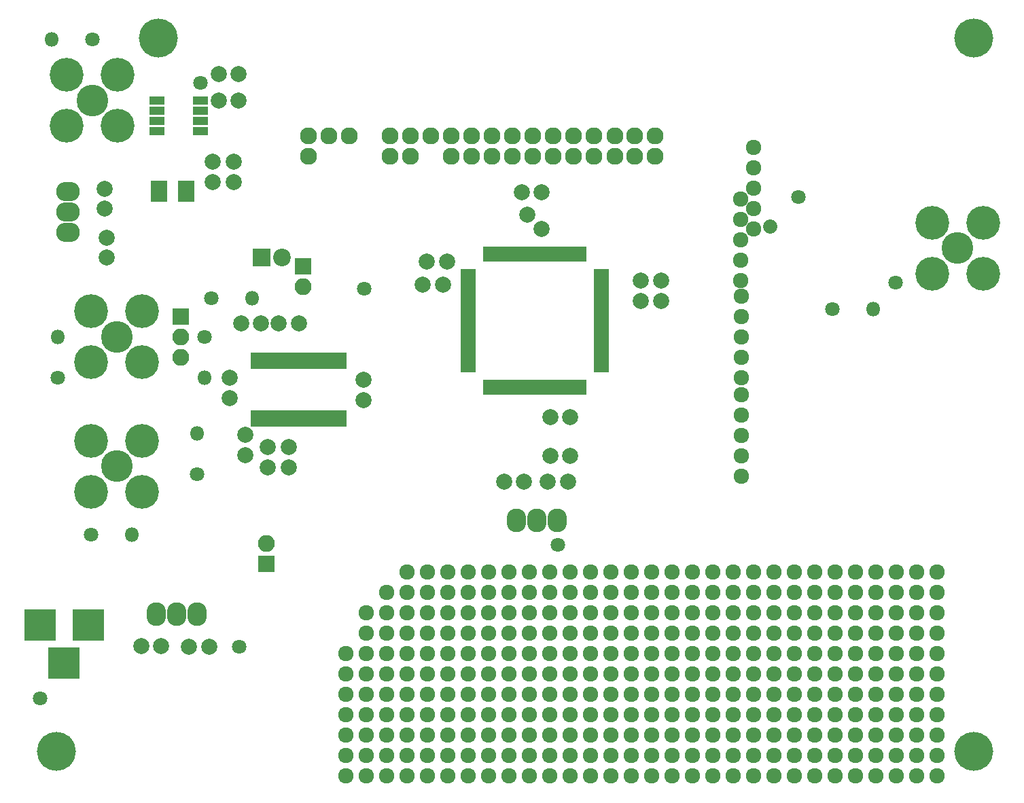
<source format=gbr>
G04 #@! TF.FileFunction,Soldermask,Top*
%FSLAX46Y46*%
G04 Gerber Fmt 4.6, Leading zero omitted, Abs format (unit mm)*
G04 Created by KiCad (PCBNEW 4.0.2-stable) date 5/30/2017 2:34:25 PM*
%MOMM*%
G01*
G04 APERTURE LIST*
%ADD10C,0.100000*%
%ADD11R,0.850000X2.150000*%
%ADD12C,1.924000*%
%ADD13C,4.845000*%
%ADD14R,1.900000X0.900000*%
%ADD15R,0.900000X1.900000*%
%ADD16C,2.127200*%
%ADD17O,2.127200X2.127200*%
%ADD18C,2.000000*%
%ADD19R,3.900000X3.900000*%
%ADD20R,2.200000X2.200000*%
%ADD21C,2.200000*%
%ADD22R,2.100000X2.100000*%
%ADD23O,2.100000X2.100000*%
%ADD24C,4.210000*%
%ADD25C,3.956000*%
%ADD26C,1.800000*%
%ADD27O,1.800000X1.800000*%
%ADD28R,2.000000X0.700000*%
%ADD29R,1.950000X1.000000*%
%ADD30O,2.940000X2.432000*%
%ADD31O,2.432000X2.940000*%
%ADD32C,1.800000*%
%ADD33C,1.799924*%
G04 APERTURE END LIST*
D10*
D11*
X56379400Y-71914200D03*
X57029400Y-71914200D03*
X57679400Y-71914200D03*
X58329400Y-71914200D03*
X58979400Y-71914200D03*
X59629400Y-71914200D03*
X60279400Y-71914200D03*
X60929400Y-71914200D03*
X56379400Y-79114200D03*
X57029400Y-79114200D03*
X57679400Y-79114200D03*
X58329400Y-79114200D03*
X58979400Y-79114200D03*
X59629400Y-79114200D03*
X60279400Y-79114200D03*
X60929400Y-79114200D03*
X61579400Y-79114200D03*
X62229400Y-79114200D03*
X62879400Y-79114200D03*
X63529400Y-79114200D03*
X64179400Y-79114200D03*
X64829400Y-79114200D03*
X67429400Y-79114200D03*
X66779400Y-79114200D03*
X66129400Y-79114200D03*
X65479400Y-79114200D03*
X67429400Y-71914200D03*
X66779400Y-71914200D03*
X66129400Y-71914200D03*
X65479400Y-71914200D03*
X64829400Y-71914200D03*
X64179400Y-71914200D03*
X63529400Y-71914200D03*
X62879400Y-71914200D03*
X62229400Y-71914200D03*
X61595000Y-71907400D03*
D12*
X138938000Y-98298000D03*
X138938000Y-105918000D03*
X138938000Y-100838000D03*
X138938000Y-103378000D03*
X138938000Y-108458000D03*
X138938000Y-110998000D03*
X138938000Y-113538000D03*
X138938000Y-116078000D03*
X138938000Y-123698000D03*
X138938000Y-121158000D03*
X138938000Y-118618000D03*
X141478000Y-118618000D03*
X141478000Y-121158000D03*
X141478000Y-123698000D03*
X141478000Y-116078000D03*
X141478000Y-113538000D03*
X141478000Y-110998000D03*
X141478000Y-108458000D03*
X141478000Y-103378000D03*
X141478000Y-100838000D03*
X141478000Y-105918000D03*
X141478000Y-98298000D03*
X128778000Y-98298000D03*
X128778000Y-105918000D03*
X128778000Y-100838000D03*
X128778000Y-103378000D03*
X128778000Y-108458000D03*
X128778000Y-110998000D03*
X128778000Y-113538000D03*
X128778000Y-116078000D03*
X128778000Y-123698000D03*
X128778000Y-121158000D03*
X128778000Y-118618000D03*
X131318000Y-118618000D03*
X131318000Y-121158000D03*
X131318000Y-123698000D03*
X131318000Y-116078000D03*
X131318000Y-113538000D03*
X131318000Y-110998000D03*
X131318000Y-108458000D03*
X131318000Y-103378000D03*
X131318000Y-100838000D03*
X131318000Y-105918000D03*
X131318000Y-98298000D03*
X136398000Y-98298000D03*
X136398000Y-105918000D03*
X136398000Y-100838000D03*
X136398000Y-103378000D03*
X136398000Y-108458000D03*
X136398000Y-110998000D03*
X136398000Y-113538000D03*
X136398000Y-116078000D03*
X136398000Y-123698000D03*
X136398000Y-121158000D03*
X136398000Y-118618000D03*
X133858000Y-118618000D03*
X133858000Y-121158000D03*
X133858000Y-123698000D03*
X133858000Y-116078000D03*
X133858000Y-113538000D03*
X133858000Y-110998000D03*
X133858000Y-108458000D03*
X133858000Y-103378000D03*
X133858000Y-100838000D03*
X133858000Y-105918000D03*
X133858000Y-98298000D03*
X123698000Y-98298000D03*
X123698000Y-105918000D03*
X123698000Y-100838000D03*
X123698000Y-103378000D03*
X123698000Y-108458000D03*
X123698000Y-110998000D03*
X123698000Y-113538000D03*
X123698000Y-116078000D03*
X123698000Y-123698000D03*
X123698000Y-121158000D03*
X123698000Y-118618000D03*
X126238000Y-118618000D03*
X126238000Y-121158000D03*
X126238000Y-123698000D03*
X126238000Y-116078000D03*
X126238000Y-113538000D03*
X126238000Y-110998000D03*
X126238000Y-108458000D03*
X126238000Y-103378000D03*
X126238000Y-100838000D03*
X126238000Y-105918000D03*
X126238000Y-98298000D03*
X121158000Y-98298000D03*
X121158000Y-105918000D03*
X121158000Y-100838000D03*
X121158000Y-103378000D03*
X121158000Y-108458000D03*
X121158000Y-110998000D03*
X121158000Y-113538000D03*
X121158000Y-116078000D03*
X121158000Y-123698000D03*
X121158000Y-121158000D03*
X121158000Y-118618000D03*
X118618000Y-118618000D03*
X118618000Y-121158000D03*
X118618000Y-123698000D03*
X118618000Y-116078000D03*
X118618000Y-113538000D03*
X118618000Y-110998000D03*
X118618000Y-108458000D03*
X118618000Y-103378000D03*
X118618000Y-100838000D03*
X118618000Y-105918000D03*
X118618000Y-98298000D03*
X93218000Y-98298000D03*
X93218000Y-105918000D03*
X93218000Y-100838000D03*
X93218000Y-103378000D03*
X93218000Y-108458000D03*
X93218000Y-110998000D03*
X93218000Y-113538000D03*
X93218000Y-116078000D03*
X93218000Y-123698000D03*
X93218000Y-121158000D03*
X93218000Y-118618000D03*
X95758000Y-118618000D03*
X95758000Y-121158000D03*
X95758000Y-123698000D03*
X95758000Y-116078000D03*
X95758000Y-113538000D03*
X95758000Y-110998000D03*
X95758000Y-108458000D03*
X95758000Y-103378000D03*
X95758000Y-100838000D03*
X95758000Y-105918000D03*
X95758000Y-98298000D03*
X100838000Y-98298000D03*
X100838000Y-105918000D03*
X100838000Y-100838000D03*
X100838000Y-103378000D03*
X100838000Y-108458000D03*
X100838000Y-110998000D03*
X100838000Y-113538000D03*
X100838000Y-116078000D03*
X100838000Y-123698000D03*
X100838000Y-121158000D03*
X100838000Y-118618000D03*
X98298000Y-118618000D03*
X98298000Y-121158000D03*
X98298000Y-123698000D03*
X98298000Y-116078000D03*
X98298000Y-113538000D03*
X98298000Y-110998000D03*
X98298000Y-108458000D03*
X98298000Y-103378000D03*
X98298000Y-100838000D03*
X98298000Y-105918000D03*
X98298000Y-98298000D03*
X108458000Y-98298000D03*
X108458000Y-105918000D03*
X108458000Y-100838000D03*
X108458000Y-103378000D03*
X108458000Y-108458000D03*
X108458000Y-110998000D03*
X108458000Y-113538000D03*
X108458000Y-116078000D03*
X108458000Y-123698000D03*
X108458000Y-121158000D03*
X108458000Y-118618000D03*
X110998000Y-118618000D03*
X110998000Y-121158000D03*
X110998000Y-123698000D03*
X110998000Y-116078000D03*
X110998000Y-113538000D03*
X110998000Y-110998000D03*
X110998000Y-108458000D03*
X110998000Y-103378000D03*
X110998000Y-100838000D03*
X110998000Y-105918000D03*
X110998000Y-98298000D03*
X105918000Y-98298000D03*
X105918000Y-105918000D03*
X105918000Y-100838000D03*
X105918000Y-103378000D03*
X105918000Y-108458000D03*
X105918000Y-110998000D03*
X105918000Y-113538000D03*
X105918000Y-116078000D03*
X105918000Y-123698000D03*
X105918000Y-121158000D03*
X105918000Y-118618000D03*
X103378000Y-118618000D03*
X103378000Y-121158000D03*
X103378000Y-123698000D03*
X103378000Y-116078000D03*
X103378000Y-113538000D03*
X103378000Y-110998000D03*
X103378000Y-108458000D03*
X103378000Y-103378000D03*
X103378000Y-100838000D03*
X103378000Y-105918000D03*
X103378000Y-98298000D03*
X116078000Y-98298000D03*
X116078000Y-105918000D03*
X116078000Y-100838000D03*
X116078000Y-103378000D03*
X116078000Y-108458000D03*
X116078000Y-110998000D03*
X116078000Y-113538000D03*
X116078000Y-116078000D03*
X116078000Y-123698000D03*
X116078000Y-121158000D03*
X116078000Y-118618000D03*
X113538000Y-118618000D03*
X113538000Y-121158000D03*
X113538000Y-123698000D03*
X113538000Y-116078000D03*
X113538000Y-113538000D03*
X113538000Y-110998000D03*
X113538000Y-108458000D03*
X113538000Y-103378000D03*
X113538000Y-100838000D03*
X113538000Y-105918000D03*
X113538000Y-98298000D03*
X88138000Y-98298000D03*
X88138000Y-105918000D03*
X88138000Y-100838000D03*
X88138000Y-103378000D03*
X88138000Y-108458000D03*
X88138000Y-110998000D03*
X88138000Y-113538000D03*
X88138000Y-116078000D03*
X88138000Y-123698000D03*
X88138000Y-121158000D03*
X88138000Y-118618000D03*
X90678000Y-118618000D03*
X90678000Y-121158000D03*
X90678000Y-123698000D03*
X90678000Y-116078000D03*
X90678000Y-113538000D03*
X90678000Y-110998000D03*
X90678000Y-108458000D03*
X90678000Y-103378000D03*
X90678000Y-100838000D03*
X90678000Y-105918000D03*
X90678000Y-98298000D03*
X77978000Y-98298000D03*
X77978000Y-105918000D03*
X77978000Y-100838000D03*
X77978000Y-103378000D03*
X77978000Y-108458000D03*
X77978000Y-110998000D03*
X77978000Y-113538000D03*
X77978000Y-116078000D03*
X77978000Y-123698000D03*
X77978000Y-121158000D03*
X77978000Y-118618000D03*
X80518000Y-118618000D03*
X80518000Y-121158000D03*
X80518000Y-123698000D03*
X80518000Y-116078000D03*
X80518000Y-113538000D03*
X80518000Y-110998000D03*
X80518000Y-108458000D03*
X80518000Y-103378000D03*
X80518000Y-100838000D03*
X80518000Y-105918000D03*
X80518000Y-98298000D03*
X85598000Y-98298000D03*
X85598000Y-105918000D03*
X85598000Y-100838000D03*
X85598000Y-103378000D03*
X85598000Y-108458000D03*
X85598000Y-110998000D03*
X85598000Y-113538000D03*
X85598000Y-116078000D03*
X85598000Y-123698000D03*
X85598000Y-121158000D03*
X85598000Y-118618000D03*
X83058000Y-118618000D03*
X83058000Y-121158000D03*
X83058000Y-123698000D03*
X83058000Y-116078000D03*
X83058000Y-113538000D03*
X83058000Y-110998000D03*
X83058000Y-108458000D03*
X83058000Y-103378000D03*
X83058000Y-100838000D03*
X83058000Y-105918000D03*
X83058000Y-98298000D03*
X72898000Y-105918000D03*
X72898000Y-100838000D03*
X72898000Y-103378000D03*
X72898000Y-108458000D03*
X72898000Y-110998000D03*
X72898000Y-113538000D03*
X72898000Y-116078000D03*
X72898000Y-123698000D03*
X72898000Y-121158000D03*
X72898000Y-118618000D03*
X75438000Y-118618000D03*
X75438000Y-121158000D03*
X75438000Y-123698000D03*
X75438000Y-116078000D03*
X75438000Y-113538000D03*
X75438000Y-110998000D03*
X75438000Y-108458000D03*
X75438000Y-103378000D03*
X75438000Y-100838000D03*
X75438000Y-105918000D03*
X75438000Y-98298000D03*
X70358000Y-105918000D03*
X70358000Y-103378000D03*
X70358000Y-108458000D03*
X70358000Y-110998000D03*
X70358000Y-113538000D03*
X70358000Y-116078000D03*
X70358000Y-123698000D03*
X70358000Y-121158000D03*
X70358000Y-118618000D03*
X67818000Y-118618000D03*
X67818000Y-121158000D03*
X67818000Y-123698000D03*
X67818000Y-116078000D03*
X67818000Y-113538000D03*
X67818000Y-110998000D03*
X67818000Y-108458000D03*
D13*
X146050000Y-120650000D03*
X31750000Y-120650000D03*
X44450000Y-31750000D03*
X146050000Y-31750000D03*
D14*
X83058000Y-60960000D03*
X83058000Y-61760000D03*
X83058000Y-62560000D03*
X83058000Y-63360000D03*
X83058000Y-64160000D03*
X83058000Y-64960000D03*
X83058000Y-65760000D03*
X83058000Y-66560000D03*
X83058000Y-67360000D03*
X83058000Y-68160000D03*
X83058000Y-68960000D03*
X83058000Y-69760000D03*
X83058000Y-70560000D03*
X83058000Y-71360000D03*
X83058000Y-72160000D03*
X83058000Y-72960000D03*
D15*
X85358000Y-75260000D03*
X86158000Y-75260000D03*
X86958000Y-75260000D03*
X87758000Y-75260000D03*
X88558000Y-75260000D03*
X89358000Y-75260000D03*
X90158000Y-75260000D03*
X90958000Y-75260000D03*
X91758000Y-75260000D03*
X92558000Y-75260000D03*
X93358000Y-75260000D03*
X94158000Y-75260000D03*
X94958000Y-75260000D03*
X95758000Y-75260000D03*
X96558000Y-75260000D03*
X97358000Y-75260000D03*
D14*
X99658000Y-72960000D03*
X99658000Y-72160000D03*
X99658000Y-71360000D03*
X99658000Y-70560000D03*
X99658000Y-69760000D03*
X99658000Y-68960000D03*
X99658000Y-68160000D03*
X99658000Y-67360000D03*
X99658000Y-66560000D03*
X99658000Y-65760000D03*
X99658000Y-64960000D03*
X99658000Y-64160000D03*
X99658000Y-63360000D03*
X99658000Y-62560000D03*
X99658000Y-61760000D03*
X99658000Y-60960000D03*
D15*
X97358000Y-58660000D03*
X96558000Y-58660000D03*
X95758000Y-58660000D03*
X94958000Y-58660000D03*
X94158000Y-58660000D03*
X93358000Y-58660000D03*
X92558000Y-58660000D03*
X91758000Y-58660000D03*
X90958000Y-58660000D03*
X90158000Y-58660000D03*
X89358000Y-58660000D03*
X88558000Y-58660000D03*
X87758000Y-58660000D03*
X86958000Y-58660000D03*
X86158000Y-58660000D03*
X85358000Y-58660000D03*
D16*
X106299000Y-43942000D03*
D17*
X106299000Y-46482000D03*
X103759000Y-43942000D03*
X103799000Y-46442000D03*
X101299000Y-43942000D03*
X101299000Y-46442000D03*
X98679000Y-43942000D03*
X98679000Y-46482000D03*
X96139000Y-43942000D03*
X96139000Y-46482000D03*
X93599000Y-43942000D03*
X93599000Y-46482000D03*
X91059000Y-43942000D03*
X91059000Y-46482000D03*
X88519000Y-43942000D03*
X88519000Y-46482000D03*
X85979000Y-43942000D03*
X85979000Y-46482000D03*
X83439000Y-43942000D03*
X83439000Y-46482000D03*
X80899000Y-43942000D03*
X80899000Y-46482000D03*
X78359000Y-43942000D03*
X75819000Y-43942000D03*
X75819000Y-46482000D03*
X73279000Y-43942000D03*
X73279000Y-46482000D03*
X68199000Y-43942000D03*
X65659000Y-43942000D03*
X63119000Y-43942000D03*
X63119000Y-46482000D03*
D18*
X53340000Y-76581000D03*
X53340000Y-74081000D03*
X55245000Y-83693000D03*
X55245000Y-81193000D03*
X53848000Y-47117000D03*
X53848000Y-49617000D03*
X58039000Y-82677000D03*
X58039000Y-85177000D03*
X51943000Y-36195000D03*
X54443000Y-36195000D03*
X60706000Y-85217000D03*
X60706000Y-82717000D03*
X51181000Y-47117000D03*
X51181000Y-49617000D03*
X51943000Y-39497000D03*
X54443000Y-39497000D03*
X69977000Y-76835000D03*
X69977000Y-74335000D03*
X54737000Y-67310000D03*
X57237000Y-67310000D03*
X59436000Y-67310000D03*
X61936000Y-67310000D03*
X80391000Y-59563000D03*
X77891000Y-59563000D03*
X79883000Y-62484000D03*
X77383000Y-62484000D03*
X92202000Y-50927000D03*
X89702000Y-50927000D03*
X92202000Y-55499000D03*
X90434233Y-53731233D03*
X95758000Y-78994000D03*
X93258000Y-78994000D03*
X95758000Y-83820000D03*
X93258000Y-83820000D03*
X107061000Y-61976000D03*
X107061000Y-64476000D03*
X104521000Y-61976000D03*
X104521000Y-64476000D03*
X37968845Y-56596326D03*
X37968845Y-59096326D03*
X37714847Y-50500323D03*
X37714847Y-53000323D03*
X42273175Y-107501346D03*
X44773175Y-107501346D03*
X48260000Y-107569000D03*
X50760000Y-107569000D03*
X87503000Y-86995000D03*
X90003000Y-86995000D03*
X92964000Y-86995000D03*
X95464000Y-86995000D03*
D19*
X35687000Y-104902000D03*
X29687000Y-104902000D03*
X32687000Y-109602000D03*
D20*
X57277000Y-59055000D03*
D21*
X59817000Y-59055000D03*
D22*
X47244000Y-66421000D03*
D23*
X47244000Y-68961000D03*
X47244000Y-71501000D03*
D24*
X36068000Y-81915000D03*
D25*
X39243000Y-85090000D03*
D24*
X42418000Y-81915000D03*
X36068000Y-88265000D03*
X42418000Y-88265000D03*
X36068000Y-65786000D03*
D25*
X39243000Y-68961000D03*
D24*
X42418000Y-65786000D03*
X36068000Y-72136000D03*
X42418000Y-72136000D03*
X33020000Y-36322000D03*
D25*
X36195000Y-39497000D03*
D24*
X39370000Y-36322000D03*
X33020000Y-42672000D03*
X39370000Y-42672000D03*
X140843000Y-54737000D03*
D25*
X144018000Y-57912000D03*
D24*
X147193000Y-54737000D03*
X140843000Y-61087000D03*
X147193000Y-61087000D03*
D26*
X36195000Y-31877000D03*
D27*
X31115000Y-31877000D03*
D26*
X36068000Y-93599000D03*
D27*
X41148000Y-93599000D03*
D26*
X31877000Y-74041000D03*
D27*
X31877000Y-68961000D03*
D26*
X49276000Y-86106000D03*
D27*
X49276000Y-81026000D03*
D26*
X50165000Y-68961000D03*
D27*
X50165000Y-74041000D03*
D26*
X51054000Y-64135000D03*
D27*
X56134000Y-64135000D03*
D26*
X128397000Y-65532000D03*
D27*
X133477000Y-65532000D03*
D28*
X44528000Y-49825000D03*
X44528000Y-50475000D03*
X44528000Y-51125000D03*
X44528000Y-51775000D03*
X47928000Y-51775000D03*
X47928000Y-51125000D03*
X47928000Y-50475000D03*
X47928000Y-49825000D03*
D29*
X44290000Y-39497000D03*
X44290000Y-40767000D03*
X44290000Y-42037000D03*
X44290000Y-43307000D03*
X49690000Y-43307000D03*
X49690000Y-42037000D03*
X49690000Y-40767000D03*
X49690000Y-39497000D03*
D12*
X117094000Y-76200000D03*
X117094000Y-78740000D03*
X117094000Y-81280000D03*
X117094000Y-83820000D03*
X117094000Y-86360000D03*
X118618000Y-45339000D03*
X118618000Y-47879000D03*
X118618000Y-50419000D03*
X118618000Y-52959000D03*
X118618000Y-55499000D03*
X116967000Y-61976000D03*
X116967000Y-59436000D03*
X116967000Y-56896000D03*
X116967000Y-54356000D03*
X116967000Y-51816000D03*
X117094000Y-63881000D03*
X117094000Y-66421000D03*
X117094000Y-68961000D03*
X117094000Y-71501000D03*
X117094000Y-74041000D03*
D30*
X33142848Y-53421324D03*
X33142848Y-50881324D03*
X33142848Y-55961324D03*
D31*
X46736000Y-103505000D03*
X49276000Y-103505000D03*
X44196000Y-103505000D03*
X91567000Y-91821000D03*
X94107000Y-91821000D03*
X89027000Y-91821000D03*
D26*
X124206000Y-51562000D03*
D32*
X120613898Y-55154102D02*
X120613898Y-55154102D01*
D33*
X29718000Y-114046000D03*
X54483000Y-107569000D03*
X94234000Y-94869000D03*
X136271000Y-62230000D03*
X49657000Y-37338000D03*
D22*
X57912000Y-97282000D03*
D23*
X57912000Y-94742000D03*
D22*
X62484000Y-60198000D03*
D23*
X62484000Y-62738000D03*
D33*
X70104000Y-62992000D03*
M02*

</source>
